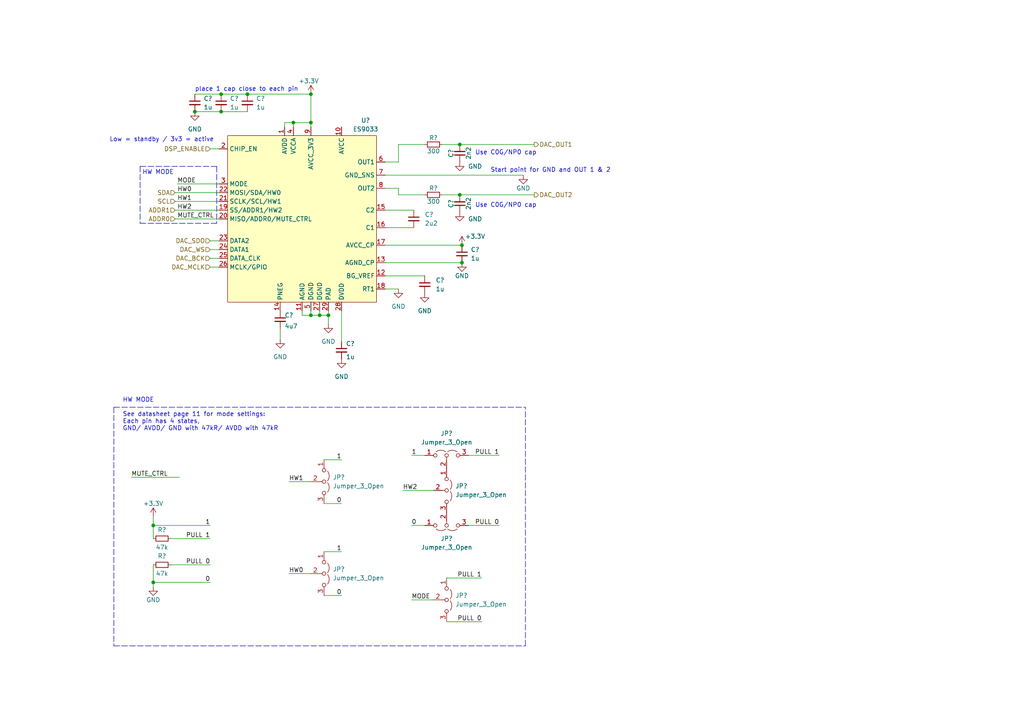
<source format=kicad_sch>
(kicad_sch (version 20211123) (generator eeschema)
  (paper "A4")
  (lib_symbols
    (symbol "Device:C_Small" (pin_numbers hide) (pin_names (offset 0.254) hide)
      (property "Reference" "C" (at 0.254 1.778 0))
      (property "Value" "C_Small" (at 0.254 -2.032 0))
      (symbol "C_Small_0_1"
        (polyline (pts (xy -1.524 -0.508) (xy 1.524 -0.508)) (stroke (width 0.3302)))
        (polyline (pts (xy -1.524 0.508) (xy 1.524 0.508)) (stroke (width 0.3048)))
      )
      (symbol "C_Small_1_1"
        (pin passive line (at 0 2.54 270) (length 2.032) (name "~") (number "1"))
        (pin passive line (at 0 -2.54 90) (length 2.032) (name "~") (number "2"))
      )
    )
    (symbol "Device:R_Small" (pin_numbers hide) (pin_names (offset 0.254) hide)
      (property "Reference" "R" (at 0.762 0.508 0))
      (property "Value" "R_Small" (at 0.762 -1.016 0))
      (symbol "R_Small_0_1"
        (rectangle (start -0.762 1.778) (end 0.762 -1.778) (stroke (width 0.2032)))
      )
      (symbol "R_Small_1_1"
        (pin passive line (at 0 2.54 270) (length 0.762) (name "~") (number "1"))
        (pin passive line (at 0 -2.54 90) (length 0.762) (name "~") (number "2"))
      )
    )
    (symbol "Jumper:Jumper_3_Open" (pin_names (offset 0) hide)
      (property "Reference" "JP" (at -2.54 -2.54 0))
      (property "Value" "Jumper_3_Open" (at 0 2.794 0))
      (symbol "Jumper_3_Open_0_0"
        (circle (center -3.302 0) (radius 0.508))
        (circle (center 0 0) (radius 0.508))
        (circle (center 3.302 0) (radius 0.508))
      )
      (symbol "Jumper_3_Open_0_1"
        (arc (start -0.254 1.016) (mid -1.651 1.4992) (end -3.048 1.016))
        (polyline (pts (xy 0 -0.508) (xy 0 -1.27)))
        (arc (start 3.048 1.016) (mid 1.651 1.4992) (end 0.254 1.016))
      )
      (symbol "Jumper_3_Open_1_1"
        (pin passive line (at -6.35 0 0) (length 2.54) (name "A") (number "1"))
        (pin passive line (at 0 -3.81 90) (length 2.54) (name "C") (number "2"))
        (pin passive line (at 6.35 0 180) (length 2.54) (name "B") (number "3"))
      )
    )
    (symbol "power:+3.3V" (power) (pin_names (offset 0))
      (property "Value" "+3.3V" (at 0 3.556 0))
      (symbol "+3.3V_0_1"
        (polyline (pts (xy -0.762 1.27) (xy 0 2.54)))
        (polyline (pts (xy 0 0) (xy 0 2.54)))
        (polyline (pts (xy 0 2.54) (xy 0.762 1.27)))
      )
      (symbol "+3.3V_1_1"
        (pin power_in line (at 0 0 90) (length 0) hide (name "+3.3V") (number "1"))
      )
    )
    (symbol "power:GND" (power) (pin_names (offset 0))
      (property "Value" "GND" (at 0 -3.81 0))
      (symbol "GND_0_1"
        (polyline (pts (xy 0 0) (xy 0 -1.27) (xy 1.27 -1.27) (xy 0 -2.54) (xy -1.27 -1.27) (xy 0 -1.27)))
      )
      (symbol "GND_1_1"
        (pin power_in line (at 0 0 270) (length 0) hide (name "GND") (number "1"))
      )
    )
    (symbol "project_sym_lib:ES9033"
      (property "Reference" "U" (at 20.32 25.4 0))
      (property "Value" "ES9033" (at 1.27 1.27 0))
      (symbol "ES9033_0_0"
        (pin power_in line (at -5.08 26.67 270) (length 2.54) (name "AVDD") (number "1"))
      )
      (symbol "ES9033_0_1"
        (rectangle (start -21.59 24.13) (end 21.59 -24.13) (fill (type background)))
      )
      (symbol "ES9033_1_1"
        (pin power_in line (at 11.43 26.67 270) (length 2.54) (name "AVCC") (number "10"))
        (pin power_in line (at 0 -26.67 90) (length 2.54) (name "AGND") (number "11"))
        (pin output line (at 24.13 -16.51 180) (length 2.54) (name "BG_VREF") (number "12"))
        (pin power_in line (at 24.13 -12.7 180) (length 2.54) (name "AGND_CP") (number "13"))
        (pin power_in line (at -6.35 -26.67 90) (length 2.54) (name "PNEG") (number "14"))
        (pin passive line (at 24.13 2.54 180) (length 2.54) (name "C2") (number "15"))
        (pin passive line (at 24.13 -2.54 180) (length 2.54) (name "C1") (number "16"))
        (pin power_in line (at 24.13 -7.62 180) (length 2.54) (name "AVCC_CP") (number "17"))
        (pin input line (at 24.13 -20.32 180) (length 2.54) (name "RT1") (number "18"))
        (pin bidirectional line (at -24.13 2.54 0) (length 2.54) (name "SS/ADDR1/HW2") (number "19"))
        (pin bidirectional line (at -24.13 20.32 0) (length 2.54) (name "CHIP_EN") (number "2"))
        (pin bidirectional line (at -24.13 0 0) (length 2.54) (name "MISO/ADDR0/MUTE_CTRL") (number "20"))
        (pin bidirectional line (at -24.13 5.08 0) (length 2.54) (name "SCLK/SCL/HW1") (number "21"))
        (pin bidirectional line (at -24.13 7.62 0) (length 2.54) (name "MOSI/SDA/HW0") (number "22"))
        (pin bidirectional line (at -24.13 -6.35 0) (length 2.54) (name "DATA2") (number "23"))
        (pin bidirectional line (at -24.13 -8.89 0) (length 2.54) (name "DATA1") (number "24"))
        (pin input line (at -24.13 -11.43 0) (length 2.54) (name "DATA_CLK") (number "25"))
        (pin bidirectional line (at -24.13 -13.97 0) (length 2.54) (name "MCLK/GPIO") (number "26"))
        (pin power_in line (at 5.08 -26.67 90) (length 2.54) (name "DGND") (number "27"))
        (pin power_in line (at 11.43 -26.67 90) (length 2.54) (name "DVDD") (number "28"))
        (pin power_in line (at 7.62 -26.67 90) (length 2.54) (name "PAD") (number "29"))
        (pin bidirectional line (at -24.13 10.16 0) (length 2.54) (name "MODE") (number "3"))
        (pin power_in line (at -2.54 26.67 270) (length 2.54) (name "VCCA") (number "4"))
        (pin power_in line (at 2.54 -26.67 90) (length 2.54) (name "DGND") (number "5"))
        (pin output line (at 24.13 16.51 180) (length 2.54) (name "OUT1") (number "6"))
        (pin input line (at 24.13 12.7 180) (length 2.54) (name "GND_SNS") (number "7"))
        (pin output line (at 24.13 8.89 180) (length 2.54) (name "OUT2") (number "8"))
        (pin power_in line (at 2.54 26.67 270) (length 2.54) (name "AVCC_3V3") (number "9"))
      )
    )
  )
  (junction (at 92.71 91.44))
  (junction (at 133.985 76.2))
  (junction (at 133.985 71.12))
  (junction (at 64.135 32.385))
  (junction (at 64.135 27.305))
  (junction (at 71.755 27.305))
  (junction (at 90.17 27.305))
  (junction (at 44.45 168.91))
  (junction (at 133.35 56.515))
  (junction (at 44.45 152.4))
  (junction (at 85.09 35.56))
  (junction (at 90.17 91.44))
  (junction (at 133.35 41.91))
  (junction (at 90.17 35.56))
  (junction (at 95.25 91.44))
  (junction (at 56.515 32.385))
  (wire (pts (xy 81.28 95.25) (xy 81.28 98.425)))
  (wire (pts (xy 95.25 90.17) (xy 95.25 91.44)))
  (wire (pts (xy 128.27 56.515) (xy 133.35 56.515)))
  (wire (pts (xy 133.35 56.515) (xy 154.94 56.515)))
  (wire (pts (xy 111.76 71.12) (xy 133.985 71.12)))
  (wire (pts (xy 111.76 76.2) (xy 133.985 76.2)))
  (wire (pts (xy 90.17 27.305) (xy 90.17 35.56)))
  (wire (pts (xy 93.98 146.05) (xy 99.06 146.05)))
  (wire (pts (xy 133.35 41.91) (xy 154.94 41.91)))
  (wire (pts (xy 139.7 167.64) (xy 129.54 167.64)))
  (wire (pts (xy 56.515 32.385) (xy 64.135 32.385)))
  (wire (pts (xy 50.8 63.5) (xy 63.5 63.5)))
  (wire (pts (xy 95.25 91.44) (xy 92.71 91.44)))
  (polyline (pts (xy 152.4 187.325) (xy 152.4 118.11)))
  (wire (pts (xy 111.76 80.01) (xy 123.19 80.01)))
  (wire (pts (xy 50.8 55.88) (xy 63.5 55.88)))
  (wire (pts (xy 44.45 149.86) (xy 44.45 152.4)))
  (wire (pts (xy 115.57 41.91) (xy 123.19 41.91)))
  (wire (pts (xy 92.71 91.44) (xy 90.17 91.44)))
  (polyline (pts (xy 40.64 48.26) (xy 40.64 64.77)))
  (wire (pts (xy 82.55 35.56) (xy 85.09 35.56)))
  (wire (pts (xy 115.57 46.99) (xy 111.76 46.99)))
  (wire (pts (xy 90.17 35.56) (xy 90.17 36.83)))
  (wire (pts (xy 60.96 163.83) (xy 49.53 163.83)))
  (wire (pts (xy 144.78 132.08) (xy 135.89 132.08)))
  (wire (pts (xy 111.76 60.96) (xy 120.015 60.96)))
  (wire (pts (xy 111.76 66.04) (xy 120.015 66.04)))
  (wire (pts (xy 111.76 54.61) (xy 115.57 54.61)))
  (wire (pts (xy 90.17 90.17) (xy 90.17 91.44)))
  (wire (pts (xy 51.435 53.34) (xy 63.5 53.34)))
  (wire (pts (xy 60.96 69.85) (xy 63.5 69.85)))
  (wire (pts (xy 90.17 91.44) (xy 87.63 91.44)))
  (polyline (pts (xy 33.02 118.11) (xy 33.02 187.325)))
  (wire (pts (xy 115.57 56.515) (xy 123.19 56.515)))
  (wire (pts (xy 38.1 138.43) (xy 52.07 138.43)))
  (wire (pts (xy 83.82 166.37) (xy 90.17 166.37)))
  (wire (pts (xy 60.96 156.21) (xy 49.53 156.21)))
  (polyline (pts (xy 33.02 118.11) (xy 152.4 118.11)))
  (wire (pts (xy 93.98 160.02) (xy 99.06 160.02)))
  (wire (pts (xy 115.57 41.91) (xy 115.57 46.99)))
  (wire (pts (xy 44.45 152.4) (xy 44.45 156.21)))
  (wire (pts (xy 111.76 83.82) (xy 115.57 83.82)))
  (polyline (pts (xy 33.02 187.325) (xy 152.4 187.325)))
  (wire (pts (xy 95.25 91.44) (xy 95.25 93.98)))
  (wire (pts (xy 111.76 50.8) (xy 151.765 50.8)))
  (wire (pts (xy 60.96 43.18) (xy 63.5 43.18)))
  (wire (pts (xy 60.96 152.4) (xy 44.45 152.4)))
  (wire (pts (xy 119.38 173.99) (xy 125.73 173.99)))
  (wire (pts (xy 50.8 60.96) (xy 63.5 60.96)))
  (wire (pts (xy 116.84 142.24) (xy 125.73 142.24)))
  (wire (pts (xy 44.45 170.18) (xy 44.45 168.91)))
  (wire (pts (xy 92.71 90.17) (xy 92.71 91.44)))
  (wire (pts (xy 85.09 35.56) (xy 90.17 35.56)))
  (wire (pts (xy 64.135 32.385) (xy 71.755 32.385)))
  (wire (pts (xy 139.7 180.34) (xy 129.54 180.34)))
  (wire (pts (xy 60.96 74.93) (xy 63.5 74.93)))
  (wire (pts (xy 93.98 172.72) (xy 99.06 172.72)))
  (wire (pts (xy 128.27 41.91) (xy 133.35 41.91)))
  (wire (pts (xy 60.96 72.39) (xy 63.5 72.39)))
  (wire (pts (xy 64.135 27.305) (xy 71.755 27.305)))
  (polyline (pts (xy 40.64 48.26) (xy 62.865 48.26)))
  (wire (pts (xy 119.38 132.08) (xy 123.19 132.08)))
  (wire (pts (xy 50.8 58.42) (xy 63.5 58.42)))
  (wire (pts (xy 83.82 139.7) (xy 90.17 139.7)))
  (wire (pts (xy 119.38 152.4) (xy 123.19 152.4)))
  (polyline (pts (xy 62.865 64.77) (xy 40.64 64.77)))
  (wire (pts (xy 85.09 36.83) (xy 85.09 35.56)))
  (wire (pts (xy 60.96 77.47) (xy 63.5 77.47)))
  (wire (pts (xy 99.06 90.17) (xy 99.06 99.06)))
  (wire (pts (xy 56.515 27.305) (xy 64.135 27.305)))
  (wire (pts (xy 82.55 36.83) (xy 82.55 35.56)))
  (polyline (pts (xy 62.865 48.26) (xy 62.865 64.77)))
  (wire (pts (xy 71.755 27.305) (xy 90.17 27.305)))
  (wire (pts (xy 115.57 54.61) (xy 115.57 56.515)))
  (wire (pts (xy 87.63 91.44) (xy 87.63 90.17)))
  (wire (pts (xy 144.78 152.4) (xy 135.89 152.4)))
  (wire (pts (xy 93.98 133.35) (xy 99.06 133.35)))
  (wire (pts (xy 44.45 163.83) (xy 44.45 168.91)))
  (wire (pts (xy 60.96 168.91) (xy 44.45 168.91)))
  (text "place 1 cap close to each pin \n" (at 56.515 26.67 0) (effects (font (size 1.27 1.27)) (justify left bottom)))
  (text "HW MODE\n" (at 35.56 116.84 0) (effects (font (size 1.27 1.27)) (justify left bottom)))
  (text "HW MODE" (at 41.275 50.8 0) (effects (font (size 1.27 1.27)) (justify left bottom)))
  (text "Use C0G/NP0 cap\n" (at 137.795 45.085 0) (effects (font (size 1.27 1.27)) (justify left bottom)))
  (text "Start point for GND and OUT 1 & 2 " (at 142.24 50.165 0) (effects (font (size 1.27 1.27)) (justify left bottom)))
  (text "Low = standby / 3v3 = active\n" (at 31.75 41.275 0) (effects (font (size 1.27 1.27)) (justify left bottom)))
  (text "Use C0G/NP0 cap\n" (at 137.795 60.325 0) (effects (font (size 1.27 1.27)) (justify left bottom)))
  (text "See datasheet page 11 for mode settings:\nEach pin has 4 states, \nGND/ AVDD/ GND with 47kR/ AVDD with 47kR" (at 35.56 125.095 0) (effects (font (size 1.27 1.27)) (justify left bottom)))
  (label "MODE" (at 51.435 53.34 0))
  (label "PULL 1" (at 144.78 132.08 180))
  (label "0" (at 60.96 168.91 180))
  (label "HW2" (at 51.435 60.96 0))
  (label "MUTE_CTRL" (at 51.435 63.5 0))
  (label "1" (at 119.38 132.08 0))
  (label "HW0" (at 51.435 55.88 0))
  (label "PULL 1" (at 139.7 167.64 180))
  (label "HW2" (at 116.84 142.24 0))
  (label "0" (at 99.06 172.72 180))
  (label "PULL 0" (at 139.7 180.34 180))
  (label "PULL 0" (at 144.78 152.4 180))
  (label "0" (at 119.38 152.4 0))
  (label "0" (at 99.06 146.05 180))
  (label "HW1" (at 83.82 139.7 0))
  (label "HW0" (at 83.82 166.37 0))
  (label "1" (at 60.96 152.4 180))
  (label "MUTE_CTRL" (at 38.1 138.43 0))
  (label "PULL 0" (at 60.96 163.83 180))
  (label "PULL 1" (at 60.96 156.21 180))
  (label "1" (at 99.06 160.02 180))
  (label "HW1" (at 51.435 58.42 0))
  (label "MODE" (at 119.38 173.99 0))
  (label "1" (at 99.06 133.35 180))
  (hierarchical_label "DAC_BCK" (shape input) (at 60.96 74.93 180))
  (hierarchical_label "DAC_MCLK" (shape input) (at 60.96 77.47 180))
  (hierarchical_label "SCL" (shape input) (at 50.8 58.42 180))
  (hierarchical_label "DAC_WS" (shape input) (at 60.96 72.39 180))
  (hierarchical_label "DAC_OUT2" (shape output) (at 154.94 56.515 0))
  (hierarchical_label "SDA" (shape input) (at 50.8 55.88 180))
  (hierarchical_label "ADDR0" (shape input) (at 50.8 63.5 180))
  (hierarchical_label "DAC_SDO" (shape input) (at 60.96 69.85 180))
  (hierarchical_label "DAC_OUT1" (shape output) (at 154.94 41.91 0))
  (hierarchical_label "ADDR1" (shape input) (at 50.8 60.96 180))
  (hierarchical_label "DSP_ENABLE" (shape input) (at 60.96 43.18 180))
  (symbol (lib_id "power:GND") (at 115.57 83.82 0) (unit 1)
    (property "Reference" "#PWR?" (effects hide))
    (property "Value" "GND" (at 115.57 88.9 0))
  )
  (symbol (lib_id "power:+3.3V") (at 133.985 71.12 0) (unit 1)
    (property "Reference" "#PWR?" (effects hide))
    (property "Value" "+3.3V" (at 137.795 68.58 0))
  )
  (symbol (lib_id "power:GND") (at 133.35 61.595 0) (unit 1)
    (property "Reference" "#PWR?" (effects hide))
    (property "Value" "GND" (at 137.795 63.5 0))
  )
  (symbol (lib_id "Device:R_Small") (at 46.99 163.83 90) (mirror x) (unit 1)
    (property "Reference" "R?" (at 46.99 161.29 90))
    (property "Value" "47k" (at 46.99 166.37 90))
  )
  (symbol (lib_id "power:GND") (at 133.35 46.99 0) (unit 1)
    (property "Reference" "#PWR?" (effects hide))
    (property "Value" "GND" (at 137.795 48.26 0))
  )
  (symbol (lib_id "power:+3.3V") (at 90.17 27.305 0) (unit 1)
    (property "Reference" "#PWR?" (effects hide))
    (property "Value" "+3.3V" (at 89.535 23.495 0))
  )
  (symbol (lib_id "project_sym_lib:ES9033") (at 87.63 63.5 0) (unit 1)
    (property "Reference" "U?" (at 106.045 34.925 0))
    (property "Value" "ES9033" (at 106.045 37.465 0))
    (property "Datasheet" "https://www.esstech.com/wp-content/uploads/2021/10/ES9033_DS_0.3.pdf" (effects hide))
  )
  (symbol (lib_id "Device:C_Small") (at 81.28 92.71 0) (unit 1)
    (property "Reference" "C?" (at 82.55 91.44 0) (effects (justify left)))
    (property "Value" "4u7" (at 82.55 94.615 0) (effects (justify left)))
  )
  (symbol (lib_id "Device:C_Small") (at 71.755 29.845 0) (unit 1)
    (property "Reference" "C?" (at 74.295 28.575 0) (effects (justify left)))
    (property "Value" "1u" (at 74.295 31.115 0) (effects (justify left)))
  )
  (symbol (lib_id "Device:C_Small") (at 99.06 101.6 0) (unit 1)
    (property "Reference" "C?" (at 100.33 99.695 0) (effects (justify left)))
    (property "Value" "1u" (at 100.33 103.505 0) (effects (justify left)))
  )
  (symbol (lib_id "power:GND") (at 133.985 76.2 0) (unit 1)
    (property "Reference" "#PWR?" (effects hide))
    (property "Value" "GND" (at 133.985 80.01 0))
  )
  (symbol (lib_id "Jumper:Jumper_3_Open") (at 93.98 166.37 270) (unit 1)
    (property "Reference" "JP?" (at 96.52 165.0999 90) (effects (justify left)))
    (property "Value" "Jumper_3_Open" (at 96.52 167.6399 90) (effects (justify left)))
  )
  (symbol (lib_id "Device:C_Small") (at 120.015 63.5 0) (unit 1)
    (property "Reference" "C?" (at 123.19 62.2362 0) (effects (justify left)))
    (property "Value" "2u2" (at 123.19 64.7762 0) (effects (justify left)))
  )
  (symbol (lib_id "power:GND") (at 95.25 93.98 0) (unit 1)
    (property "Reference" "#PWR?" (effects hide))
    (property "Value" "GND" (at 95.25 99.06 0))
  )
  (symbol (lib_id "power:+3.3V") (at 44.45 149.86 0) (mirror y) (unit 1)
    (property "Reference" "#PWR?" (effects hide))
    (property "Value" "+3.3V" (at 44.45 146.05 0))
  )
  (symbol (lib_id "Device:C_Small") (at 133.35 59.055 180) (unit 1)
    (property "Reference" "C?" (at 130.81 57.785 90) (effects (justify left)))
    (property "Value" "2n2" (at 135.89 57.15 90) (effects (justify left)))
  )
  (symbol (lib_id "power:GND") (at 99.06 104.14 0) (unit 1)
    (property "Reference" "#PWR?" (effects hide))
    (property "Value" "GND" (at 99.06 109.22 0))
  )
  (symbol (lib_id "Jumper:Jumper_3_Open") (at 93.98 139.7 270) (unit 1)
    (property "Reference" "JP?" (at 96.52 138.4299 90) (effects (justify left)))
    (property "Value" "Jumper_3_Open" (at 96.52 140.9699 90) (effects (justify left)))
  )
  (symbol (lib_id "power:GND") (at 56.515 32.385 0) (unit 1)
    (property "Reference" "#PWR?" (effects hide))
    (property "Value" "GND" (at 56.515 37.465 0))
  )
  (symbol (lib_id "power:GND") (at 81.28 98.425 0) (unit 1)
    (property "Reference" "#PWR?" (effects hide))
    (property "Value" "GND" (at 81.28 103.505 0))
  )
  (symbol (lib_id "Jumper:Jumper_3_Open") (at 129.54 132.08 0) (unit 1)
    (property "Reference" "JP?" (at 129.54 125.73 0))
    (property "Value" "Jumper_3_Open" (at 129.54 128.27 0))
  )
  (symbol (lib_id "power:GND") (at 151.765 50.8 0) (unit 1)
    (property "Reference" "#PWR?" (effects hide))
    (property "Value" "GND" (at 151.765 54.61 0))
  )
  (symbol (lib_id "Device:R_Small") (at 125.73 41.91 90) (unit 1)
    (property "Reference" "R?" (at 125.73 40.005 90))
    (property "Value" "300" (at 125.73 43.815 90))
  )
  (symbol (lib_id "Device:C_Small") (at 123.19 82.55 0) (unit 1)
    (property "Reference" "C?" (at 126.365 81.2862 0) (effects (justify left)))
    (property "Value" "1u" (at 126.365 83.8262 0) (effects (justify left)))
  )
  (symbol (lib_id "Jumper:Jumper_3_Open") (at 129.54 152.4 0) (mirror x) (unit 1)
    (property "Reference" "JP?" (at 129.54 156.21 0))
    (property "Value" "Jumper_3_Open" (at 129.54 158.75 0))
  )
  (symbol (lib_id "Jumper:Jumper_3_Open") (at 129.54 142.24 270) (unit 1)
    (property "Reference" "JP?" (at 132.08 140.9699 90) (effects (justify left)))
    (property "Value" "Jumper_3_Open" (at 132.08 143.5099 90) (effects (justify left)))
  )
  (symbol (lib_id "Device:R_Small") (at 46.99 156.21 90) (mirror x) (unit 1)
    (property "Reference" "R?" (at 46.99 153.67 90))
    (property "Value" "47k" (at 46.99 158.75 90))
  )
  (symbol (lib_id "Device:C_Small") (at 133.35 44.45 180) (unit 1)
    (property "Reference" "C?" (at 130.81 43.18 90) (effects (justify left)))
    (property "Value" "2n2" (at 135.89 42.545 90) (effects (justify left)))
  )
  (symbol (lib_id "Device:C_Small") (at 133.985 73.66 0) (unit 1)
    (property "Reference" "C?" (at 136.525 72.3962 0) (effects (justify left)))
    (property "Value" "1u" (at 136.525 74.9362 0) (effects (justify left)))
  )
  (symbol (lib_id "power:GND") (at 123.19 85.09 0) (unit 1)
    (property "Reference" "#PWR?" (effects hide))
    (property "Value" "GND" (at 123.19 90.17 0))
  )
  (symbol (lib_id "Device:C_Small") (at 64.135 29.845 0) (unit 1)
    (property "Reference" "C?" (at 66.675 28.575 0) (effects (justify left)))
    (property "Value" "1u" (at 66.675 31.115 0) (effects (justify left)))
  )
  (symbol (lib_id "Device:C_Small") (at 56.515 29.845 0) (unit 1)
    (property "Reference" "C?" (at 59.055 28.575 0) (effects (justify left)))
    (property "Value" "1u" (at 59.055 31.115 0) (effects (justify left)))
  )
  (symbol (lib_id "power:GND") (at 44.45 170.18 0) (mirror y) (unit 1)
    (property "Reference" "#PWR?" (effects hide))
    (property "Value" "GND" (at 44.45 173.99 0))
  )
  (symbol (lib_id "Jumper:Jumper_3_Open") (at 129.54 173.99 270) (unit 1)
    (property "Reference" "JP?" (at 132.08 172.7199 90) (effects (justify left)))
    (property "Value" "Jumper_3_Open" (at 132.08 175.2599 90) (effects (justify left)))
  )
  (symbol (lib_id "Device:R_Small") (at 125.73 56.515 90) (unit 1)
    (property "Reference" "R?" (at 125.73 54.61 90))
    (property "Value" "300" (at 125.73 58.42 90))
  )
)
</source>
